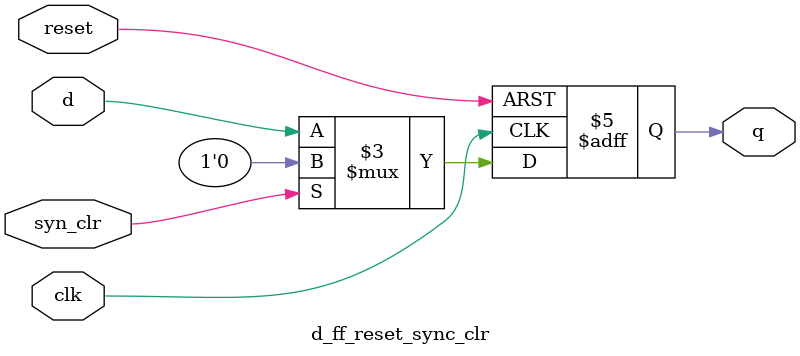
<source format=sv>
module d_ff_reset_sync_clr
   (
    input  logic clk, reset,
    input  logic syn_clr,
    input  logic d,
    output logic q
   );

   // body
   always_ff @(posedge clk, posedge reset)
      if (reset)
         q <= 1'b0;
      else if (syn_clr)
         q <= 1'b0;
      else
         q <= d;
endmodule
</source>
